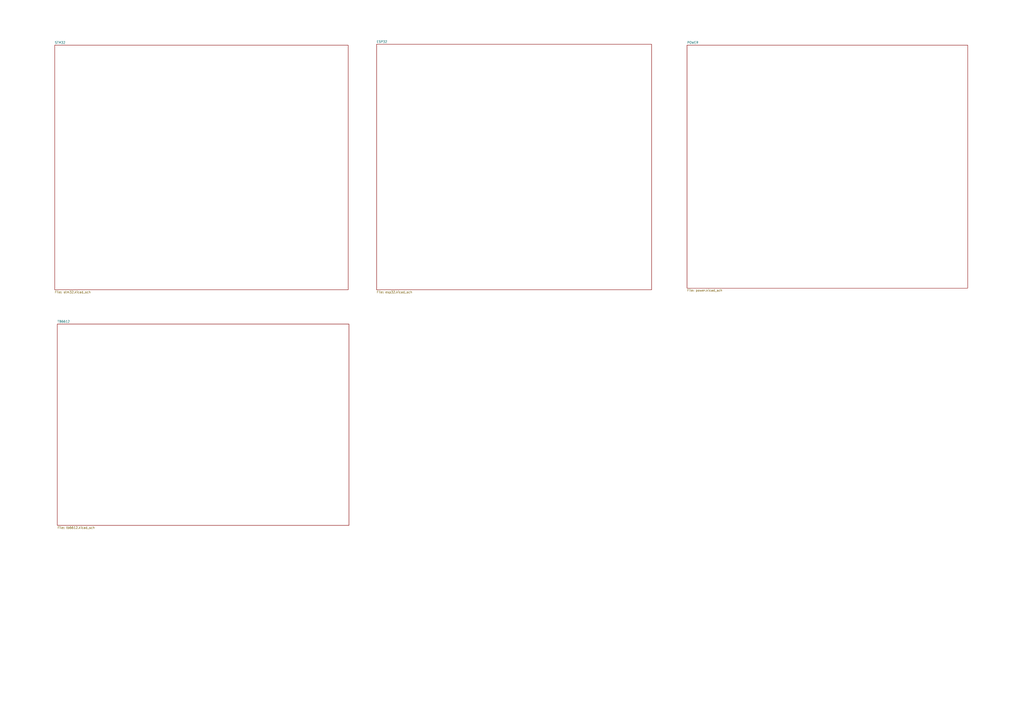
<source format=kicad_sch>
(kicad_sch
	(version 20231120)
	(generator "eeschema")
	(generator_version "8.0")
	(uuid "119c71e2-5f10-42cb-9b28-f58f50c066c9")
	(paper "A2")
	(lib_symbols)
	(sheet
		(at 398.526 26.162)
		(size 162.814 140.97)
		(fields_autoplaced yes)
		(stroke
			(width 0.1524)
			(type solid)
		)
		(fill
			(color 0 0 0 0.0000)
		)
		(uuid "451f1fcb-140c-4b1a-9412-d453953d687a")
		(property "Sheetname" "POWER"
			(at 398.526 25.4504 0)
			(effects
				(font
					(size 1.27 1.27)
				)
				(justify left bottom)
			)
		)
		(property "Sheetfile" "power.kicad_sch"
			(at 398.526 167.7166 0)
			(effects
				(font
					(size 1.27 1.27)
				)
				(justify left top)
			)
		)
		(instances
			(project "MicroMouse2024_V1"
				(path "/119c71e2-5f10-42cb-9b28-f58f50c066c9"
					(page "4")
				)
			)
		)
	)
	(sheet
		(at 218.44 25.654)
		(size 159.512 142.494)
		(fields_autoplaced yes)
		(stroke
			(width 0.1524)
			(type solid)
		)
		(fill
			(color 0 0 0 0.0000)
		)
		(uuid "5f96007a-433b-4fe5-a465-31d5e8f7596b")
		(property "Sheetname" "ESP32"
			(at 218.44 24.9424 0)
			(effects
				(font
					(size 1.27 1.27)
				)
				(justify left bottom)
			)
		)
		(property "Sheetfile" "esp32.kicad_sch"
			(at 218.44 168.7326 0)
			(effects
				(font
					(size 1.27 1.27)
				)
				(justify left top)
			)
		)
		(instances
			(project "MicroMouse2024_V1"
				(path "/119c71e2-5f10-42cb-9b28-f58f50c066c9"
					(page "3")
				)
			)
		)
	)
	(sheet
		(at 33.274 187.96)
		(size 169.164 116.84)
		(fields_autoplaced yes)
		(stroke
			(width 0.1524)
			(type solid)
		)
		(fill
			(color 0 0 0 0.0000)
		)
		(uuid "6da916bb-9199-48d8-8c49-63c774e536d7")
		(property "Sheetname" "TB6612"
			(at 33.274 187.2484 0)
			(effects
				(font
					(size 1.27 1.27)
				)
				(justify left bottom)
			)
		)
		(property "Sheetfile" "tb6612.kicad_sch"
			(at 33.274 305.3846 0)
			(effects
				(font
					(size 1.27 1.27)
				)
				(justify left top)
			)
		)
		(instances
			(project "MicroMouse2024_V1"
				(path "/119c71e2-5f10-42cb-9b28-f58f50c066c9"
					(page "5")
				)
			)
		)
	)
	(sheet
		(at 31.75 26.162)
		(size 170.18 141.986)
		(fields_autoplaced yes)
		(stroke
			(width 0.1524)
			(type solid)
		)
		(fill
			(color 0 0 0 0.0000)
		)
		(uuid "cea03a34-a2e8-4d47-b953-830632fc800c")
		(property "Sheetname" "STM32"
			(at 31.75 25.4504 0)
			(effects
				(font
					(size 1.27 1.27)
				)
				(justify left bottom)
			)
		)
		(property "Sheetfile" "stm32.kicad_sch"
			(at 31.75 168.7326 0)
			(effects
				(font
					(size 1.27 1.27)
				)
				(justify left top)
			)
		)
		(instances
			(project "MicroMouse2024_V1"
				(path "/119c71e2-5f10-42cb-9b28-f58f50c066c9"
					(page "2")
				)
			)
		)
	)
	(sheet_instances
		(path "/"
			(page "1")
		)
	)
)
</source>
